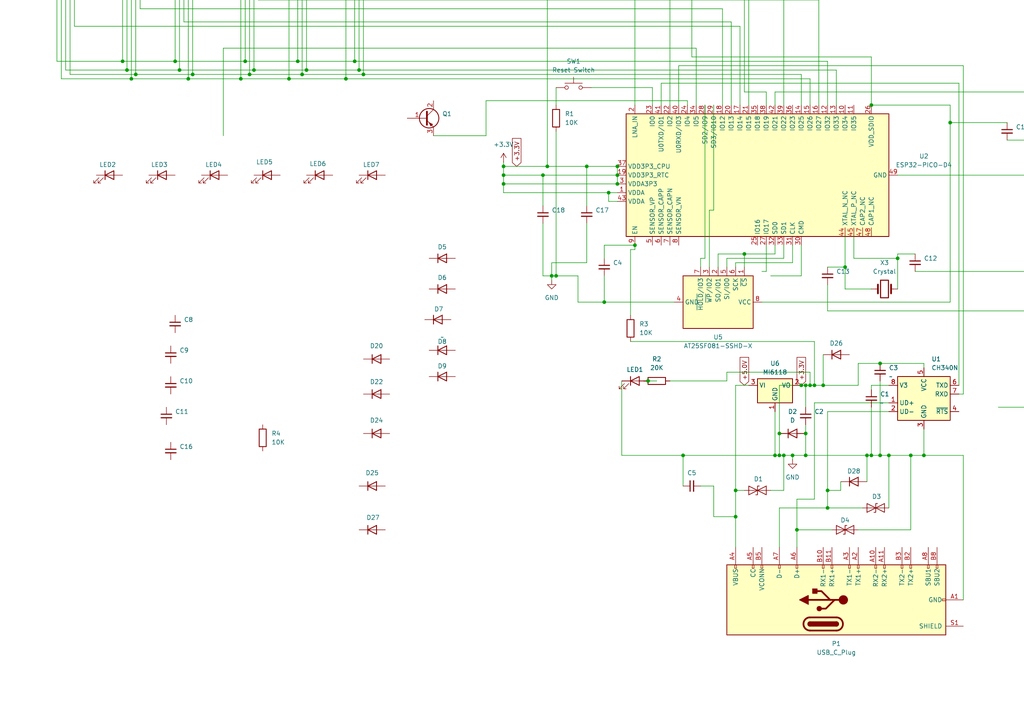
<source format=kicad_sch>
(kicad_sch (version 20231120) (generator "eeschema") (generator_version "8.0")
  (paper "A4")
  (junction (at 74.93 -20.32))
  (junction (at 300.99 -11.43))
  (junction (at 41.91 -26.67))
  (junction (at 57.15 -41.91))
  (junction (at 193.04 -41.91))
  (junction (at 231.14 153.67))
  (junction (at 88.9 20.32))
  (junction (at 74.93 -41.91))
  (junction (at 146.05 48.26))
  (junction (at 179.07 50.8))
  (junction (at 170.18 48.26))
  (junction (at 72.39 21.59))
  (junction (at 226.06 132.08))
  (junction (at 194.31 -20.32))
  (junction (at 233.68 132.08))
  (junction (at 57.15 -22.86))
  (junction (at 146.05 50.8))
  (junction (at 146.05 53.34))
  (junction (at 38.1 -62.23))
  (junction (at 69.85 22.86))
  (junction (at 100.33 22.86))
  (junction (at 275.59 35.56))
  (junction (at 224.79 132.08))
  (junction (at 90.17 -24.13))
  (junction (at 245.11 77.47))
  (junction (at 257.81 132.08))
  (junction (at 213.36 142.24))
  (junction (at 107.95 -41.91))
  (junction (at 260.35 74.93))
  (junction (at 252.73 30.48))
  (junction (at 300.99 50.8))
  (junction (at 267.97 132.08))
  (junction (at 184.15 71.12))
  (junction (at 228.6 -17.78))
  (junction (at 38.1 22.86))
  (junction (at 223.52 -20.32))
  (junction (at 87.63 21.59))
  (junction (at 36.83 20.32))
  (junction (at 41.91 -41.91))
  (junction (at 54.61 22.86))
  (junction (at 226.06 125.73))
  (junction (at 300.99 63.5))
  (junction (at 215.9 73.66))
  (junction (at 71.12 17.78))
  (junction (at 252.73 132.08))
  (junction (at 67.31 -62.23))
  (junction (at 255.27 132.08))
  (junction (at 240.03 147.32))
  (junction (at 251.46 132.08))
  (junction (at 55.88 21.59))
  (junction (at 158.75 48.26))
  (junction (at 179.07 48.26))
  (junction (at 87.63 -41.91))
  (junction (at 104.14 20.32))
  (junction (at 255.27 105.41))
  (junction (at 261.62 -40.64))
  (junction (at 227.33 132.08))
  (junction (at 50.8 17.78))
  (junction (at 241.3 -20.32))
  (junction (at 102.87 17.78))
  (junction (at 85.09 -62.23))
  (junction (at 35.56 17.78))
  (junction (at 198.12 132.08))
  (junction (at 21.59 -21.59))
  (junction (at 179.07 53.34))
  (junction (at 232.41 111.76))
  (junction (at 83.82 22.86))
  (junction (at 234.95 111.76))
  (junction (at 157.48 50.8))
  (junction (at 233.68 111.76))
  (junction (at 39.37 21.59))
  (junction (at 105.41 21.59))
  (junction (at 213.36 149.86))
  (junction (at 251.46 -25.4))
  (junction (at 160.02 80.01))
  (junction (at 233.68 125.73))
  (junction (at 52.07 20.32))
  (junction (at 240.03 142.24))
  (junction (at 229.87 132.08))
  (junction (at 300.99 -20.32))
  (junction (at 73.66 20.32))
  (junction (at 161.29 80.01))
  (junction (at 238.76 111.76))
  (junction (at 300.99 78.74))
  (junction (at 264.16 132.08))
  (junction (at 236.22 111.76))
  (junction (at 193.04 -20.32))
  (junction (at 236.22 -17.78))
  (junction (at 68.58 -62.23))
  (junction (at 200.66 -25.4))
  (junction (at 54.61 -62.23))
  (junction (at 187.96 110.49))
  (junction (at 107.95 -27.94))
  (junction (at 300.99 40.64))
  (junction (at 175.26 87.63))
  (junction (at 86.36 17.78))
  (junction (at 176.53 55.88))
  (wire (pts (xy 245.11 68.58) (xy 245.11 77.47)))
  (wire (pts (xy 57.15 -17.78) (xy 54.61 -17.78)))
  (wire (pts (xy 279.4 173.99) (xy 279.4 132.08)))
  (wire (pts (xy 19.05 -8.89) (xy 19.05 20.32)))
  (wire (pts (xy 207.01 149.86) (xy 213.36 149.86)))
  (wire (pts (xy 292.1 40.64) (xy 300.99 40.64)))
  (wire (pts (xy 25.4 -6.35) (xy 25.4 -21.59)))
  (wire (pts (xy 279.4 19.05) (xy 279.4 114.3)))
  (wire (pts (xy 196.85 19.05) (xy 196.85 30.48)))
  (wire (pts (xy 261.62 -40.64) (xy 300.99 -40.64)))
  (wire (pts (xy 184.15 72.39) (xy 184.15 71.12)))
  (wire (pts (xy 265.43 78.74) (xy 300.99 78.74)))
  (wire (pts (xy 57.15 -15.24) (xy 55.88 -15.24)))
  (wire (pts (xy 214.63 7.62) (xy 21.59 7.62)))
  (wire (pts (xy 222.25 71.12) (xy 222.25 78.74)))
  (wire (pts (xy 54.61 -62.23) (xy 67.31 -62.23)))
  (wire (pts (xy 57.15 -22.86) (xy 57.15 -41.91)))
  (wire (pts (xy 243.84 139.7) (xy 243.84 142.24)))
  (wire (pts (xy 220.98 87.63) (xy 275.59 87.63)))
  (wire (pts (xy 52.07 20.32) (xy 73.66 20.32)))
  (wire (pts (xy 226.06 125.73) (xy 226.06 132.08)))
  (wire (pts (xy 224.79 -25.4) (xy 251.46 -25.4)))
  (wire (pts (xy 224.79 73.66) (xy 215.9 73.66)))
  (wire (pts (xy 167.64 87.63) (xy 167.64 80.01)))
  (wire (pts (xy 21.59 -6.35) (xy 25.4 -6.35)))
  (wire (pts (xy 68.58 -62.23) (xy 85.09 -62.23)))
  (wire (pts (xy 314.96 26.67) (xy 314.96 118.11)))
  (wire (pts (xy 87.63 -24.13) (xy 90.17 -24.13)))
  (wire (pts (xy 175.26 80.01) (xy 175.26 87.63)))
  (wire (pts (xy 74.93 -5.08) (xy 78.74 -5.08)))
  (wire (pts (xy 107.95 -15.24) (xy 104.14 -15.24)))
  (wire (pts (xy 236.22 111.76) (xy 238.76 111.76)))
  (wire (pts (xy 175.26 87.63) (xy 195.58 87.63)))
  (wire (pts (xy 176.53 55.88) (xy 179.07 55.88)))
  (wire (pts (xy 238.76 102.87) (xy 238.76 111.76)))
  (wire (pts (xy 36.83 20.32) (xy 52.07 20.32)))
  (wire (pts (xy 223.52 80.01) (xy 232.41 80.01)))
  (wire (pts (xy 209.55 2.54) (xy 40.64 2.54)))
  (wire (pts (xy 100.33 -22.86) (xy 100.33 22.86)))
  (wire (pts (xy 170.18 48.26) (xy 170.18 59.69)))
  (wire (pts (xy 184.15 71.12) (xy 175.26 71.12)))
  (wire (pts (xy 38.1 -62.23) (xy 54.61 -62.23)))
  (wire (pts (xy 237.49 0) (xy 74.93 0)))
  (wire (pts (xy 180.34 132.08) (xy 198.12 132.08)))
  (wire (pts (xy 255.27 110.49) (xy 255.27 132.08)))
  (wire (pts (xy 213.36 76.2) (xy 213.36 77.47)))
  (wire (pts (xy 215.9 73.66) (xy 208.28 73.66)))
  (wire (pts (xy 57.15 -10.16) (xy 52.07 -10.16)))
  (wire (pts (xy 261.62 -40.64) (xy 261.62 -33.02)))
  (wire (pts (xy 229.87 -24.13) (xy 228.6 -24.13)))
  (wire (pts (xy 300.99 40.64) (xy 300.99 50.8)))
  (wire (pts (xy 17.78 -19.05) (xy 17.78 -62.23)))
  (wire (pts (xy 90.17 -21.59) (xy 85.09 -21.59)))
  (wire (pts (xy 87.63 -41.91) (xy 87.63 -24.13)))
  (wire (pts (xy 194.31 110.49) (xy 210.82 110.49)))
  (wire (pts (xy 73.66 -7.62) (xy 73.66 20.32)))
  (wire (pts (xy 207.01 140.97) (xy 207.01 149.86)))
  (wire (pts (xy 38.1 22.86) (xy 54.61 22.86)))
  (wire (pts (xy 267.97 106.68) (xy 267.97 105.41)))
  (wire (pts (xy 232.41 -24.13) (xy 236.22 -24.13)))
  (wire (pts (xy 199.39 29.21) (xy 140.97 29.21)))
  (wire (pts (xy 180.34 110.49) (xy 180.34 132.08)))
  (wire (pts (xy 16.51 -11.43) (xy 16.51 17.78)))
  (wire (pts (xy 213.36 -41.91) (xy 213.36 -38.1)))
  (wire (pts (xy 146.05 46.99) (xy 146.05 48.26)))
  (wire (pts (xy 240.03 119.38) (xy 257.81 119.38)))
  (wire (pts (xy 275.59 35.56) (xy 292.1 35.56)))
  (wire (pts (xy 190.5 110.49) (xy 187.96 110.49)))
  (wire (pts (xy 217.17 -38.1) (xy 213.36 -38.1)))
  (wire (pts (xy 78.74 -5.08) (xy 78.74 -20.32)))
  (wire (pts (xy 67.31 -62.23) (xy 68.58 -62.23)))
  (wire (pts (xy 232.41 71.12) (xy 232.41 80.01)))
  (wire (pts (xy 182.88 91.44) (xy 182.88 72.39)))
  (wire (pts (xy 300.99 78.74) (xy 300.99 90.17)))
  (wire (pts (xy 41.91 -19.05) (xy 39.37 -19.05)))
  (wire (pts (xy 257.81 132.08) (xy 257.81 147.32)))
  (wire (pts (xy 52.07 -10.16) (xy 52.07 20.32)))
  (wire (pts (xy 226.06 132.08) (xy 227.33 132.08)))
  (wire (pts (xy 194.31 -20.32) (xy 223.52 -20.32)))
  (wire (pts (xy 55.88 -15.24) (xy 55.88 21.59)))
  (wire (pts (xy 209.55 -25.4) (xy 200.66 -25.4)))
  (wire (pts (xy 41.91 -41.91) (xy 57.15 -41.91)))
  (wire (pts (xy 240.03 77.47) (xy 245.11 77.47)))
  (wire (pts (xy 107.95 -25.4) (xy 100.33 -25.4)))
  (wire (pts (xy 71.12 -10.16) (xy 71.12 17.78)))
  (wire (pts (xy 236.22 -24.13) (xy 236.22 -17.78)))
  (wire (pts (xy 252.73 113.03) (xy 252.73 111.76)))
  (wire (pts (xy 157.48 50.8) (xy 179.07 50.8)))
  (wire (pts (xy 267.97 124.46) (xy 267.97 132.08)))
  (wire (pts (xy 213.36 142.24) (xy 215.9 142.24)))
  (wire (pts (xy 255.27 105.41) (xy 248.92 105.41)))
  (wire (pts (xy 68.58 -62.23) (xy 68.58 -60.96)))
  (wire (pts (xy 170.18 76.2) (xy 160.02 76.2)))
  (wire (pts (xy 19.05 20.32) (xy 36.83 20.32)))
  (wire (pts (xy 179.07 58.42) (xy 176.53 58.42)))
  (wire (pts (xy 215.9 26.67) (xy 222.25 26.67)))
  (wire (pts (xy 54.61 -20.32) (xy 54.61 -62.23)))
  (wire (pts (xy 203.2 74.93) (xy 203.2 77.47)))
  (wire (pts (xy 224.79 71.12) (xy 224.79 73.66)))
  (wire (pts (xy 252.73 16.51) (xy 252.73 30.48)))
  (wire (pts (xy 241.3 -20.32) (xy 241.3 -17.78)))
  (wire (pts (xy 157.48 80.01) (xy 160.02 80.01)))
  (wire (pts (xy 140.97 39.37) (xy 125.73 39.37)))
  (wire (pts (xy 93.98 -24.13) (xy 90.17 -24.13)))
  (wire (pts (xy 237.49 -40.64) (xy 261.62 -40.64)))
  (wire (pts (xy 227.33 -8.89) (xy 227.33 30.48)))
  (wire (pts (xy 252.73 132.08) (xy 255.27 132.08)))
  (wire (pts (xy 105.41 -20.32) (xy 105.41 21.59)))
  (wire (pts (xy 21.59 -41.91) (xy 41.91 -41.91)))
  (wire (pts (xy 223.52 142.24) (xy 227.33 142.24)))
  (wire (pts (xy 215.9 26.67) (xy 215.9 -53.34)))
  (wire (pts (xy 267.97 105.41) (xy 255.27 105.41)))
  (wire (pts (xy 50.8 -12.7) (xy 50.8 17.78)))
  (wire (pts (xy 260.35 73.66) (xy 260.35 74.93)))
  (wire (pts (xy 229.87 71.12) (xy 229.87 76.2)))
  (wire (pts (xy 158.75 -49.53) (xy 193.04 -49.53)))
  (wire (pts (xy 222.25 26.67) (xy 222.25 30.48)))
  (wire (pts (xy 200.66 -25.4) (xy 200.66 16.51)))
  (wire (pts (xy 232.41 111.76) (xy 233.68 111.76)))
  (wire (pts (xy 146.05 48.26) (xy 146.05 50.8)))
  (wire (pts (xy 229.87 132.08) (xy 233.68 132.08)))
  (wire (pts (xy 170.18 48.26) (xy 179.07 48.26)))
  (wire (pts (xy 238.76 111.76) (xy 248.92 111.76)))
  (wire (pts (xy 193.04 -44.45) (xy 193.04 -41.91)))
  (wire (pts (xy 240.03 147.32) (xy 240.03 142.24)))
  (wire (pts (xy 237.49 30.48) (xy 237.49 0)))
  (wire (pts (xy 232.41 -27.94) (xy 232.41 -24.13)))
  (wire (pts (xy 227.33 142.24) (xy 227.33 132.08)))
  (wire (pts (xy 215.9 -53.34) (xy 222.25 -53.34)))
  (wire (pts (xy 240.03 17.78) (xy 102.87 17.78)))
  (wire (pts (xy 231.14 153.67) (xy 241.3 153.67)))
  (wire (pts (xy 21.59 -21.59) (xy 25.4 -21.59)))
  (wire (pts (xy 189.23 -20.32) (xy 193.04 -20.32)))
  (wire (pts (xy 236.22 116.84) (xy 257.81 116.84)))
  (wire (pts (xy 86.36 17.78) (xy 102.87 17.78)))
  (wire (pts (xy 203.2 140.97) (xy 207.01 140.97)))
  (wire (pts (xy 175.26 71.12) (xy 175.26 74.93)))
  (wire (pts (xy 208.28 73.66) (xy 208.28 77.47)))
  (wire (pts (xy 57.15 -22.86) (xy 60.96 -22.86)))
  (wire (pts (xy 300.99 -40.64) (xy 300.99 -20.32)))
  (wire (pts (xy 227.33 -8.89) (xy 222.25 -8.89)))
  (wire (pts (xy 240.03 30.48) (xy 240.03 17.78)))
  (wire (pts (xy 240.03 147.32) (xy 250.19 147.32)))
  (wire (pts (xy 161.29 38.1) (xy 161.29 80.01)))
  (wire (pts (xy 233.68 125.73) (xy 233.68 132.08)))
  (wire (pts (xy 39.37 21.59) (xy 55.88 21.59)))
  (wire (pts (xy 87.63 -16.51) (xy 87.63 21.59)))
  (wire (pts (xy 86.36 -13.97) (xy 86.36 17.78)))
  (wire (pts (xy 71.12 17.78) (xy 86.36 17.78)))
  (wire (pts (xy 196.85 19.05) (xy 279.4 19.05)))
  (wire (pts (xy 251.46 -25.4) (xy 261.62 -25.4)))
  (wire (pts (xy 191.77 24.13) (xy 191.77 30.48)))
  (wire (pts (xy 107.95 -10.16) (xy 107.95 -3.81)))
  (wire (pts (xy 72.39 -12.7) (xy 72.39 21.59)))
  (wire (pts (xy 243.84 142.24) (xy 240.03 142.24)))
  (wire (pts (xy 93.98 -8.89) (xy 93.98 -24.13)))
  (wire (pts (xy 74.93 -12.7) (xy 72.39 -12.7)))
  (wire (pts (xy 100.33 22.86) (xy 234.95 22.86)))
  (wire (pts (xy 17.78 -16.51) (xy 21.59 -16.51)))
  (wire (pts (xy 36.83 -13.97) (xy 36.83 20.32)))
  (wire (pts (xy 45.72 -11.43) (xy 45.72 -26.67)))
  (wire (pts (xy 90.17 -19.05) (xy 83.82 -19.05)))
  (wire (pts (xy 161.29 80.01) (xy 167.64 80.01)))
  (wire (pts (xy 248.92 105.41) (xy 248.92 111.76)))
  (wire (pts (xy 220.98 78.74) (xy 222.25 78.74)))
  (wire (pts (xy 275.59 30.48) (xy 275.59 35.56)))
  (wire (pts (xy 73.66 20.32) (xy 88.9 20.32)))
  (wire (pts (xy 146.05 53.34) (xy 179.07 53.34)))
  (wire (pts (xy 251.46 -19.05) (xy 251.46 -25.4)))
  (wire (pts (xy 207.01 60.96) (xy 207.01 30.48)))
  (wire (pts (xy 228.6 -17.78) (xy 228.6 -13.97)))
  (wire (pts (xy 74.93 -20.32) (xy 74.93 -41.91)))
  (wire (pts (xy 74.93 -17.78) (xy 67.31 -17.78)))
  (wire (pts (xy 87.63 -41.91) (xy 107.95 -41.91)))
  (wire (pts (xy 167.64 87.63) (xy 175.26 87.63)))
  (wire (pts (xy 229.87 132.08) (xy 229.87 133.35)))
  (wire (pts (xy 226.06 158.75) (xy 226.06 147.32)))
  (wire (pts (xy 69.85 22.86) (xy 69.85 -15.24)))
  (wire (pts (xy 41.91 -24.13) (xy 38.1 -24.13)))
  (wire (pts (xy 38.1 -21.59) (xy 38.1 22.86)))
  (wire (pts (xy 57.15 -7.62) (xy 60.96 -7.62)))
  (wire (pts (xy 205.74 60.96) (xy 207.01 60.96)))
  (wire (pts (xy 157.48 64.77) (xy 157.48 80.01)))
  (wire (pts (xy 146.05 50.8) (xy 157.48 50.8)))
  (wire (pts (xy 227.33 74.93) (xy 210.82 74.93)))
  (wire (pts (xy 107.95 -12.7) (xy 111.76 -12.7)))
  (wire (pts (xy 236.22 144.78) (xy 236.22 116.84)))
  (wire (pts (xy 107.95 -20.32) (xy 105.41 -20.32)))
  (wire (pts (xy 279.4 114.3) (xy 278.13 114.3)))
  (wire (pts (xy 74.93 -20.32) (xy 78.74 -20.32)))
  (wire (pts (xy 200.66 -27.94) (xy 200.66 -25.4)))
  (wire (pts (xy 41.91 -26.67) (xy 41.91 -41.91)))
  (wire (pts (xy 231.14 144.78) (xy 236.22 144.78)))
  (wire (pts (xy 224.79 26.67) (xy 314.96 26.67)))
  (wire (pts (xy 41.91 -11.43) (xy 45.72 -11.43)))
  (wire (pts (xy 17.78 22.86) (xy 38.1 22.86)))
  (wire (pts (xy 232.41 30.48) (xy 232.41 21.59)))
  (wire (pts (xy 278.13 111.76) (xy 278.13 24.13)))
  (wire (pts (xy 111.76 -12.7) (xy 111.76 -27.94)))
  (wire (pts (xy 194.31 -3.81) (xy 107.95 -3.81)))
  (wire (pts (xy 212.09 30.48) (xy 212.09 6.35)))
  (wire (pts (xy 257.81 132.08) (xy 264.16 132.08)))
  (wire (pts (xy 100.33 -25.4) (xy 100.33 -62.23)))
  (wire (pts (xy 57.15 -12.7) (xy 50.8 -12.7)))
  (wire (pts (xy 60.96 -7.62) (xy 60.96 -22.86)))
  (wire (pts (xy 217.17 -5.08) (xy 217.17 30.48)))
  (wire (pts (xy 213.36 149.86) (xy 213.36 158.75)))
  (wire (pts (xy 224.79 30.48) (xy 224.79 26.67)))
  (wire (pts (xy 107.95 -22.86) (xy 100.33 -22.86)))
  (wire (pts (xy 182.88 99.06) (xy 236.22 99.06)))
  (wire (pts (xy 146.05 55.88) (xy 176.53 55.88)))
  (wire (pts (xy 251.46 139.7) (xy 251.46 132.08)))
  (wire (pts (xy 264.16 132.08) (xy 267.97 132.08)))
  (wire (pts (xy 107.95 -27.94) (xy 107.95 -41.91)))
  (wire (pts (xy 231.14 153.67) (xy 231.14 144.78)))
  (wire (pts (xy 160.02 80.01) (xy 161.29 80.01)))
  (wire (pts (xy 90.17 -11.43) (xy 88.9 -11.43)))
  (wire (pts (xy 223.52 -20.32) (xy 223.52 -17.78)))
  (wire (pts (xy 74.93 -10.16) (xy 71.12 -10.16)))
  (wire (pts (xy 194.31 -33.02) (xy 194.31 -20.32)))
  (wire (pts (xy 83.82 22.86) (xy 100.33 22.86)))
  (wire (pts (xy 210.82 74.93) (xy 210.82 77.47)))
  (wire (pts (xy 264.16 153.67) (xy 264.16 132.08)))
  (wire (pts (xy 21.59 -19.05) (xy 17.78 -19.05)))
  (wire (pts (xy 233.68 111.76) (xy 234.95 111.76)))
  (wire (pts (xy 85.09 -21.59) (xy 85.09 -62.23)))
  (wire (pts (xy 74.93 -41.91) (xy 87.63 -41.91)))
  (wire (pts (xy 265.43 73.66) (xy 260.35 73.66)))
  (wire (pts (xy 224.79 119.38) (xy 224.79 132.08)))
  (wire (pts (xy 229.87 -27.94) (xy 229.87 -24.13)))
  (wire (pts (xy 105.41 21.59) (xy 232.41 21.59)))
  (wire (pts (xy 102.87 -17.78) (xy 107.95 -17.78)))
  (wire (pts (xy 240.03 90.17) (xy 300.99 90.17)))
  (wire (pts (xy 21.59 -21.59) (xy 21.59 -41.91)))
  (wire (pts (xy 20.32 21.59) (xy 39.37 21.59)))
  (wire (pts (xy 54.61 -17.78) (xy 54.61 22.86)))
  (wire (pts (xy 289.56 118.11) (xy 314.96 118.11)))
  (wire (pts (xy 41.91 -16.51) (xy 35.56 -16.51)))
  (wire (pts (xy 64.77 13.97) (xy 201.93 13.97)))
  (wire (pts (xy 179.07 53.34) (xy 179.07 50.8)))
  (wire (pts (xy 88.9 20.32) (xy 104.14 20.32)))
  (wire (pts (xy 245.11 83.82) (xy 252.73 83.82)))
  (wire (pts (xy 90.17 -8.89) (xy 93.98 -8.89)))
  (wire (pts (xy 198.12 140.97) (xy 198.12 132.08)))
  (wire (pts (xy 55.88 21.59) (xy 72.39 21.59)))
  (wire (pts (xy 228.6 -24.13) (xy 228.6 -17.78)))
  (wire (pts (xy 260.35 50.8) (xy 300.99 50.8)))
  (wire (pts (xy 275.59 35.56) (xy 275.59 87.63)))
  (wire (pts (xy 104.14 20.32) (xy 242.57 20.32)))
  (wire (pts (xy 87.63 -16.51) (xy 90.17 -16.51)))
  (wire (pts (xy 233.68 132.08) (xy 251.46 132.08)))
  (wire (pts (xy 209.55 -40.64) (xy 217.17 -40.64)))
  (wire (pts (xy 199.39 30.48) (xy 199.39 29.21)))
  (wire (pts (xy 227.33 71.12) (xy 227.33 74.93)))
  (wire (pts (xy 176.53 58.42) (xy 176.53 55.88)))
  (wire (pts (xy 57.15 -41.91) (xy 74.93 -41.91)))
  (wire (pts (xy 17.78 -16.51) (xy 17.78 22.86)))
  (wire (pts (xy 41.91 -21.59) (xy 38.1 -21.59)))
  (wire (pts (xy 90.17 -5.08) (xy 217.17 -5.08)))
  (wire (pts (xy 260.35 74.93) (xy 260.35 83.82)))
  (wire (pts (xy 233.68 123.19) (xy 233.68 125.73)))
  (wire (pts (xy 170.18 64.77) (xy 170.18 76.2)))
  (wire (pts (xy 90.17 -6.35) (xy 90.17 -5.08)))
  (wire (pts (xy 17.78 -62.23) (xy 38.1 -62.23)))
  (wire (pts (xy 160.02 80.01) (xy 160.02 81.28)))
  (wire (pts (xy 72.39 21.59) (xy 87.63 21.59)))
  (wire (pts (xy 255.27 132.08) (xy 257.81 132.08)))
  (wire (pts (xy 242.57 30.48) (xy 242.57 20.32)))
  (wire (pts (xy 74.93 -7.62) (xy 73.66 -7.62)))
  (wire (pts (xy 161.29 25.4) (xy 161.29 30.48)))
  (wire (pts (xy 104.14 -15.24) (xy 104.14 20.32)))
  (wire (pts (xy 300.99 63.5) (xy 300.99 78.74)))
  (wire (pts (xy 41.91 -13.97) (xy 36.83 -13.97)))
  (wire (pts (xy 193.04 -41.91) (xy 193.04 -20.32)))
  (wire (pts (xy 209.55 30.48) (xy 209.55 2.54)))
  (wire (pts (xy 252.73 30.48) (xy 275.59 30.48)))
  (wire (pts (xy 39.37 -19.05) (xy 39.37 21.59)))
  (wire (pts (xy 111.76 -27.94) (xy 107.95 -27.94)))
  (wire (pts (xy 234.95 111.76) (xy 236.22 111.76)))
  (wire (pts (xy 227.33 132.08) (xy 229.87 132.08)))
  (wire (pts (xy 204.47 30.48) (xy 204.47 74.93)))
  (wire (pts (xy 217.17 111.76) (xy 213.36 111.76)))
  (wire (pts (xy 158.75 48.26) (xy 170.18 48.26)))
  (wire (pts (xy 182.88 72.39) (xy 184.15 72.39)))
  (wire (pts (xy 160.02 76.2) (xy 160.02 80.01)))
  (wire (pts (xy 229.87 76.2) (xy 213.36 76.2)))
  (wire (pts (xy 213.36 -41.91) (xy 193.04 -41.91)))
  (wire (pts (xy 157.48 59.69) (xy 157.48 50.8)))
  (wire (pts (xy 226.06 147.32) (xy 240.03 147.32)))
  (wire (pts (xy 191.77 24.13) (xy 278.13 24.13)))
  (wire (pts (xy 74.93 -2.54) (xy 74.93 0)))
  (wire (pts (xy 54.61 22.86) (xy 69.85 22.86)))
  (wire (pts (xy 69.85 22.86) (xy 83.82 22.86)))
  (wire (pts (xy 251.46 132.08) (xy 252.73 132.08)))
  (wire (pts (xy 140.97 29.21) (xy 140.97 39.37)))
  (wire (pts (xy 224.79 132.08) (xy 226.06 132.08)))
  (wire (pts (xy 198.12 132.08) (xy 224.79 132.08)))
  (wire (pts (xy 215.9 73.66) (xy 215.9 77.47)))
  (wire (pts (xy 50.8 17.78) (xy 71.12 17.78)))
  (wire (pts (xy 209.55 -25.4) (xy 209.55 -40.64)))
  (wire (pts (xy 83.82 -19.05) (xy 83.82 22.86)))
  (wire (pts (xy 300.99 -11.43) (xy 300.99 40.64)))
  (wire (pts (xy 87.63 21.59) (xy 105.41 21.59)))
  (wire (pts (xy 205.74 77.47) (xy 205.74 60.96)))
  (wire (pts (xy 251.46 -11.43) (xy 300.99 -11.43)))
  (wire (pts (xy 41.91 -26.67) (xy 45.72 -26.67)))
  (wire (pts (xy 226.06 125.73) (xy 226.06 111.76)))
  (wire (pts (xy 231.14 158.75) (xy 231.14 153.67)))
  (wire (pts (xy 53.34 6.35) (xy 53.34 -5.08)))
  (wire (pts (xy 233.68 118.11) (xy 233.68 111.76)))
  (wire (pts (xy 247.65 74.93) (xy 260.35 74.93)))
  (wire (pts (xy 64.77 13.97) (xy 64.77 39.37)))
  (wire (pts (xy 234.95 30.48) (xy 234.95 22.86)))
  (wire (pts (xy 236.22 -17.78) (xy 236.22 -13.97)))
  (wire (pts (xy 146.05 53.34) (xy 146.05 55.88)))
  (wire (pts (xy 85.09 -62.23) (xy 100.33 -62.23)))
  (wire (pts (xy 224.79 -27.94) (xy 224.79 -25.4)))
  (wire (pts (xy 189.23 30.48) (xy 189.23 25.4)))
  (wire (pts (xy 234.95 107.95) (xy 234.95 111.76)))
  (wire (pts (xy 184.15 -20.32) (xy 184.15 30.48)))
  (wire (pts (xy 223.52 -20.32) (xy 241.3 -20.32)))
  (wire (pts (xy 247.65 68.58) (xy 247.65 74.93)))
  (wire (pts (xy 146.05 48.26) (xy 158.75 48.26)))
  (wire (pts (xy 214.63 30.48) (xy 214.63 7.62)))
  (wire (pts (xy 213.36 142.24) (xy 213.36 149.86)))
  (wire (pts (xy 35.56 17.78) (xy 50.8 17.78)))
  (wire (pts (xy 102.87 17.78) (xy 102.87 -17.78)))
  (wire (pts (xy 245.11 77.47) (xy 245.11 83.82)))
  (wire (pts (xy 90.17 -13.97) (xy 86.36 -13.97)))
  (wire (pts (xy 240.03 142.24) (xy 240.03 119.38)))
  (wire (pts (xy 158.75 -49.53) (xy 158.75 48.26)))
  (wire (pts (xy 107.95 -41.91) (xy 115.57 -41.91)))
  (wire (pts (xy 21.59 -11.43) (xy 16.51 -11.43)))
  (wire (pts (xy 171.45 25.4) (xy 189.23 25.4)))
  (wire (pts (xy 40.64 -8.89) (xy 41.91 -8.89)))
  (wire (pts (xy 300.99 -20.32) (xy 300.99 -11.43)))
  (wire (pts (xy 200.66 -33.02) (xy 194.31 -33.02)))
  (wire (pts (xy 53.34 -5.08) (xy 57.15 -5.08)))
  (wire (pts (xy 38.1 -24.13) (xy 38.1 -62.23)))
  (wire (pts (xy 210.82 110.49) (xy 210.82 107.95)))
  (wire (pts (xy 21.59 -13.97) (xy 20.32 -13.97)))
  (wire (pts (xy 210.82 107.95) (xy 234.95 107.95)))
  (wire (pts (xy 67.31 -62.23) (xy 67.31 -17.78)))
  (wire (pts (xy 201.93 30.48) (xy 201.93 13.97)))
  (wire (pts (xy 40.64 2.54) (xy 40.64 -8.89)))
  (wire (pts (xy 193.04 -20.32) (xy 194.31 -20.32)))
  (wire (pts (xy 236.22 99.06) (xy 236.22 111.76)))
  (wire (pts (xy 21.59 -3.81) (xy 21.59 7.62)))
  (wire (pts (xy 248.92 153.67) (xy 264.16 153.67)))
  (wire (pts (xy 252.73 118.11) (xy 252.73 132.08)))
  (wire (pts (xy 267.97 132.08) (xy 279.4 132.08)))
  (wire (pts (xy 16.51 17.78) (xy 35.56 17.78)))
  (wire (pts (xy 194.31 30.48) (xy 194.31 -3.81)))
  (wire (pts (xy 212.09 6.35) (xy 53.34 6.35)))
  (wire (pts (xy 241.3 -20.32) (xy 300.99 -20.32)))
  (wire (pts (xy 146.05 50.8) (xy 146.05 53.34)))
  (wire (pts (xy 204.47 74.93) (xy 203.2 74.93)))
  (wire (pts (xy 21.59 -8.89) (xy 19.05 -8.89)))
  (wire (pts (xy 88.9 -11.43) (xy 88.9 20.32)))
  (wire (pts (xy 252.73 111.76) (xy 257.81 111.76)))
  (wire (pts (xy 213.36 111.76) (xy 213.36 142.24)))
  (wire (pts (xy 179.07 48.26) (xy 179.07 50.8)))
  (wire (pts (xy 222.25 -8.89) (xy 222.25 -27.94)))
  (wire (pts (xy 35.56 -16.51) (xy 35.56 17.78)))
  (wire (pts (xy 300.99 63.5) (xy 300.99 50.8)))
  (wire (pts (xy 57.15 -20.32) (xy 54.61 -20.32)))
  (wire (pts (xy 69.85 -15.24) (xy 74.93 -15.24)))
  (wire (pts (xy 240.03 82.55) (xy 240.03 90.17)))
  (wire (pts (xy 200.66 16.51) (xy 252.73 16.51)))
  (wire (pts (xy 226.06 111.76) (xy 232.41 111.76)))
  (wire (pts (xy 20.32 -13.97) (xy 20.32 21.59)))
  (wire (pts (xy 186.69 110.49) (xy 187.96 110.49)))
  (global_label "+3.3V" (shape input) (at 149.86 48.26 90) (property "Intersheetrefs" "${INTERSHEET_REFS}" (effects (hide yes))))
  (global_label "+5.0V" (shape input) (at 215.9 111.76 90) (property "Intersheetrefs" "${INTERSHEET_REFS}" (effects (hide yes))))
  (global_label "+3.3V" (shape input) (at 232.41 111.76 90) (property "Intersheetrefs" "${INTERSHEET_REFS}" (effects (hide yes))))
  (symbol (lib_id "Device:C_Small") (at 170.18 62.23 0) (unit 1)
    (property "Reference" "C17" (at 172.72 60.9662 0) (effects (justify left)))
    (property "Value" "C_Small" (effects (hide yes)))
    (property "Description" "Unpolarized capacitor, small symbol" (effects (hide yes)))
  )
  (symbol (lib_id "Diode:SD05_SOD323") (at 219.71 142.24 0) (unit 1)
    (property "Reference" "D1" (at 219.964 138.938 0))
    (property "Value" "SD05_SOD323" (effects (hide yes)))
    (property "Footprint" "Diode_SMD:D_0201_0603Metric" (effects (hide yes)))
    (property "Datasheet" "https://www.littelfuse.com/~/media/electronics/datasheets/tvs_diode_arrays/littelfuse_tvs_diode_array_sd_c_datasheet.pdf.pdf" (effects (hide yes)))
    (property "Description" "5V, 450W Discrete Bidirectional TVS Diode, SOD-323" (effects (hide yes)))
  )
  (symbol (lib_id "Device:C_Small") (at 252.73 115.57 0) (unit 1)
    (property "Reference" "C1" (at 255.27 114.3062 0) (effects (justify left)))
    (property "Value" "~" (at 255.27 116.8462 0) (effects (justify left)))
    (property "Description" "Unpolarized capacitor, small symbol" (effects (hide yes)))
  )
  (symbol (lib_id "Device:C_Small") (at 50.8 93.98 0) (unit 1)
    (property "Reference" "C8" (at 53.34 92.7162 0) (effects (justify left)))
    (property "Value" "C_Small" (effects (hide yes)))
    (property "Description" "Unpolarized capacitor, small symbol" (effects (hide yes)))
  )
  (symbol (lib_id "Device:LED") (at 31.75 50.8 0) (unit 1)
    (property "Reference" "LED2" (at 31.242 47.752 0))
    (property "Value" "LED" (effects (hide yes)))
    (property "Description" "Light emitting diode" (effects (hide yes)))
  )
  (symbol (lib_id "Device:D") (at 229.87 125.73 0) (unit 1)
    (property "Reference" "D2" (at 229.87 119.38 0))
    (property "Value" "D" (at 229.87 121.92 0))
    (property "Description" "Diode" (effects (hide yes)))
    (property "Sim.Device" "D" (effects (hide yes)))
    (property "Sim.Pins" "1=K 2=A" (effects (hide yes)))
  )
  (symbol (lib_id "Device:Battery_Cell") (at 261.62 -30.48 180) (unit 1)
    (property "Reference" "BT1" (at 265.43 -29.9086 0) (effects (justify right)))
    (property "Value" "Battery_Cell" (at 265.43 -27.3686 0) (effects (justify right)))
    (property "Description" "Single-cell battery" (effects (hide yes)))
  )
  (symbol (lib_id "Device:C_Small") (at 49.53 102.87 0) (unit 1)
    (property "Reference" "C9" (at 52.07 101.6062 0) (effects (justify left)))
    (property "Value" "C_Small" (effects (hide yes)))
    (property "Description" "Unpolarized capacitor, small symbol" (effects (hide yes)))
  )
  (symbol (lib_id "Device:D") (at 128.27 74.93 0) (unit 1)
    (property "Reference" "D5" (at 128.27 71.628 0))
    (property "Value" "D" (effects (hide yes)))
    (property "Description" "Diode" (effects (hide yes)))
    (property "Sim.Device" "D" (effects (hide yes)))
    (property "Sim.Pins" "1=K 2=A" (effects (hide yes)))
  )
  (symbol (lib_id "Device:C_Small") (at 49.53 130.81 0) (unit 1)
    (property "Reference" "C16" (at 52.07 129.5462 0) (effects (justify left)))
    (property "Value" "C_Small" (effects (hide yes)))
    (property "Description" "Unpolarized capacitor, small symbol" (effects (hide yes)))
  )
  (symbol (lib_id "power:GND") (at 229.87 133.35 0) (unit 1)
    (property "Reference" "#PWR01" (effects (hide yes)))
    (property "Value" "GND" (at 229.87 138.43 0))
    (property "Description" "Power symbol creates a global label with name \"GND\" , ground" (effects (hide yes)))
  )
  (symbol (lib_id "Connector:USB_C_Plug") (at 238.76 173.99 90) (unit 1)
    (property "Reference" "P1" (at 242.57 186.69 90))
    (property "Value" "USB_C_Plug" (at 242.57 189.23 90))
    (property "Footprint" "Connector_USB:USB_C_Receptacle_GCT_USB4105-xx-A_16P_TopMnt_Horizontal" (effects (hide yes)))
    (property "Datasheet" "https://www.usb.org/sites/default/files/documents/usb_type-c.zip" (effects (hide yes)))
    (property "Description" "USB Type-C Plug connector" (effects (hide yes)))
  )
  (symbol (lib_id "Device:D") (at 109.22 104.14 0) (unit 1)
    (property "Reference" "D20" (at 109.22 100.33 0))
    (property "Value" "D" (effects (hide yes)))
    (property "Description" "Diode" (effects (hide yes)))
    (property "Sim.Device" "D" (effects (hide yes)))
    (property "Sim.Pins" "1=K 2=A" (effects (hide yes)))
  )
  (symbol (lib_id "Device:R") (at 76.2 127 0) (unit 1)
    (property "Reference" "R4" (at 78.74 125.7299 0) (effects (justify left)))
    (property "Value" "10K" (at 78.74 128.2699 0) (effects (justify left)))
    (property "Description" "Resistor" (effects (hide yes)))
  )
  (symbol (lib_id "Device:R") (at 182.88 95.25 0) (unit 1)
    (property "Reference" "R3" (at 185.42 93.9799 0) (effects (justify left)))
    (property "Value" "10K" (at 185.42 96.5199 0) (effects (justify left)))
    (property "Description" "Resistor" (effects (hide yes)))
  )
  (symbol (lib_id "Device:LED") (at 184.15 110.49 0) (unit 1)
    (property "Reference" "LED1" (at 184.15 107.188 0))
    (property "Value" "LED" (effects (hide yes)))
    (property "Description" "Light emitting diode" (effects (hide yes)))
  )
  (symbol (lib_id "Device:LED") (at 46.99 50.8 0) (unit 1)
    (property "Reference" "LED3" (at 46.228 47.752 0))
    (property "Value" "LED" (effects (hide yes)))
    (property "Description" "Light emitting diode" (effects (hide yes)))
  )
  (symbol (lib_id "Device:C_Small") (at 233.68 120.65 0) (unit 1)
    (property "Reference" "C2" (at 236.22 119.3862 0) (effects (justify left)))
    (property "Value" "C_Small" (effects (hide yes)))
    (property "Description" "Unpolarized capacitor, small symbol" (effects (hide yes)))
  )
  (symbol (lib_id "Device:C_Small") (at 265.43 76.2 0) (unit 1)
    (property "Reference" "C12" (at 267.97 74.9362 0) (effects (justify left)))
    (property "Value" "C_Small" (effects (hide yes)))
    (property "Description" "Unpolarized capacitor, small symbol" (effects (hide yes)))
  )
  (symbol (lib_id "Device:LED") (at 62.23 50.8 0) (unit 1)
    (property "Reference" "LED4" (at 61.976 47.752 0))
    (property "Value" "LED" (effects (hide yes)))
    (property "Description" "Light emitting diode" (effects (hide yes)))
  )
  (symbol (lib_id "power:+3.3V") (at 115.57 -41.91 0) (unit 1)
    (property "Reference" "#PWR06" (effects (hide yes)))
    (property "Value" "+3.3V" (at 115.57 -45.72 0))
    (property "Description" "Power symbol creates a global label with name \"+3.3V\"" (effects (hide yes)))
  )
  (symbol (lib_id "Regulator_Linear:AP1117-33") (at 224.79 111.76 0) (unit 1)
    (property "Reference" "U6" (at 224.79 105.41 0))
    (property "Value" "MI6118" (at 224.79 107.95 0))
    (property "Footprint" "Package_TO_SOT_SMD:SOT-223-3_TabPin2" (effects (hide yes)))
    (property "Datasheet" "http://www.diodes.com/datasheets/AP1117.pdf" (effects (hide yes)))
    (property "Description" "1A Low Dropout regulator, positive, 3.3V fixed output, SOT-223" (effects (hide yes)))
  )
  (symbol (lib_id "Device:LED") (at 77.47 50.8 0) (unit 1)
    (property "Reference" "LED5" (at 76.708 46.99 0))
    (property "Value" "LED" (effects (hide yes)))
    (property "Description" "Light emitting diode" (effects (hide yes)))
  )
  (symbol (lib_id "Device:D") (at 107.95 140.97 0) (unit 1)
    (property "Reference" "D25" (at 107.95 137.16 0))
    (property "Value" "D" (effects (hide yes)))
    (property "Description" "Diode" (effects (hide yes)))
    (property "Sim.Device" "D" (effects (hide yes)))
    (property "Sim.Pins" "1=K 2=A" (effects (hide yes)))
  )
  (symbol (lib_id "Device:D") (at 128.27 83.82 0) (unit 1)
    (property "Reference" "D6" (at 128.27 80.518 0))
    (property "Value" "D" (effects (hide yes)))
    (property "Description" "Diode" (effects (hide yes)))
    (property "Sim.Device" "D" (effects (hide yes)))
    (property "Sim.Pins" "1=K 2=A" (effects (hide yes)))
  )
  (symbol (lib_id "Device:R") (at 190.5 110.49 90) (unit 1)
    (property "Reference" "R2" (at 190.5 104.14 90))
    (property "Value" "20K" (at 190.5 106.68 90))
    (property "Description" "Resistor" (effects (hide yes)))
  )
  (symbol (lib_id "Device:C_Small") (at 175.26 77.47 0) (unit 1)
    (property "Reference" "C4" (at 177.8 76.2062 0) (effects (justify left)))
    (property "Value" "C_Small" (effects (hide yes)))
    (property "Description" "Unpolarized capacitor, small symbol" (effects (hide yes)))
  )
  (symbol (lib_id "Device:Crystal") (at 232.41 -13.97 0) (unit 1)
    (property "Reference" "X1" (at 232.41 -21.59 0))
    (property "Value" "Crystal" (at 232.41 -19.05 0))
    (property "Description" "Two pin crystal" (effects (hide yes)))
  )
  (symbol (lib_id "Connector:Conn_Coaxial_Small") (at 186.69 -20.32 0) (unit 1)
    (property "Reference" "J1" (at 186.1704 -26.67 0))
    (property "Value" "Conn_Coaxial_Small" (at 186.1704 -24.13 0))
    (property "Datasheet" " ~" (effects (hide yes)))
    (property "Description" "small coaxial connector (BNC, SMA, SMB, SMC, Cinch/RCA, LEMO, ...)" (effects (hide yes)))
  )
  (symbol (lib_id "Connector:Conn_01x08_Socket") (at 113.03 -20.32 0) (unit 1)
    (property "Reference" "FPC5" (at 114.3 -20.3201 0) (effects (justify left)))
    (property "Value" "Conn_01x08_Socket" (effects (hide yes)))
    (property "Description" "Generic connector, single row, 01x08, script generated" (effects (hide yes)))
  )
  (symbol (lib_id "Device:C_Small") (at 157.48 62.23 0) (unit 1)
    (property "Reference" "C18" (at 160.02 60.9662 0) (effects (justify left)))
    (property "Value" "C_Small" (effects (hide yes)))
    (property "Description" "Unpolarized capacitor, small symbol" (effects (hide yes)))
  )
  (symbol (lib_id "Device:D") (at 247.65 139.7 0) (unit 1)
    (property "Reference" "D28" (at 247.65 136.652 0))
    (property "Value" "D" (effects (hide yes)))
    (property "Description" "Diode" (effects (hide yes)))
    (property "Sim.Device" "D" (effects (hide yes)))
    (property "Sim.Pins" "1=K 2=A" (effects (hide yes)))
  )
  (symbol (lib_id "Device:LED") (at 107.95 50.8 0) (unit 1)
    (property "Reference" "LED7" (at 107.696 47.752 0))
    (property "Value" "LED" (effects (hide yes)))
    (property "Description" "Light emitting diode" (effects (hide yes)))
  )
  (symbol (lib_id "Device:D") (at 109.22 125.73 0) (unit 1)
    (property "Reference" "D24" (at 109.22 121.92 0))
    (property "Value" "D" (effects (hide yes)))
    (property "Description" "Diode" (effects (hide yes)))
    (property "Sim.Device" "D" (effects (hide yes)))
    (property "Sim.Pins" "1=K 2=A" (effects (hide yes)))
  )
  (symbol (lib_id "Diode:SD05_SOD323") (at 254 147.32 0) (unit 1)
    (property "Reference" "D3" (at 254.254 144.018 0))
    (property "Value" "SD05_SOD323" (effects (hide yes)))
    (property "Footprint" "Diode_SMD:D_0201_0603Metric" (effects (hide yes)))
    (property "Datasheet" "https://www.littelfuse.com/~/media/electronics/datasheets/tvs_diode_arrays/littelfuse_tvs_diode_array_sd_c_datasheet.pdf.pdf" (effects (hide yes)))
    (property "Description" "5V, 450W Discrete Bidirectional TVS Diode, SOD-323" (effects (hide yes)))
  )
  (symbol (lib_id "power:GND") (at 300.99 63.5 0) (unit 1)
    (property "Reference" "#PWR02" (effects (hide yes)))
    (property "Value" "GND" (at 300.99 68.58 0))
    (property "Description" "Power symbol creates a global label with name \"GND\" , ground" (effects (hide yes)))
  )
  (symbol (lib_id "Device:Q_PNP_BCE") (at 123.19 34.29 0) (unit 1)
    (property "Reference" "Q1" (at 128.27 33.0199 0) (effects (justify left)))
    (property "Value" "Q_PNP_BCE" (effects (hide yes)))
    (property "Description" "PNP transistor, base/collector/emitter" (effects (hide yes)))
  )
  (symbol (lib_id "Device:LED") (at 92.71 50.8 0) (unit 1)
    (property "Reference" "LED6" (at 92.202 47.498 0))
    (property "Value" "LED" (effects (hide yes)))
    (property "Description" "Light emitting diode" (effects (hide yes)))
  )
  (symbol (lib_id "Device:C_Small") (at 292.1 38.1 0) (unit 1)
    (property "Reference" "C15" (at 294.64 36.8362 0) (effects (justify left)))
    (property "Value" "C_Small" (effects (hide yes)))
    (property "Description" "Unpolarized capacitor, small symbol" (effects (hide yes)))
  )
  (symbol (lib_id "Device:C_Small") (at 255.27 107.95 0) (unit 1)
    (property "Reference" "C3" (at 257.81 106.6862 0) (effects (justify left)))
    (property "Value" "~" (at 257.81 109.2262 0) (effects (justify left)))
    (property "Description" "Unpolarized capacitor, small symbol" (effects (hide yes)))
  )
  (symbol (lib_id "Device:C_Small") (at 193.04 -46.99 0) (unit 1)
    (property "Reference" "C19" (at 195.58 -48.2538 0) (effects (justify left)))
    (property "Value" "C_Small" (effects (hide yes)))
    (property "Description" "Unpolarized capacitor, small symbol" (effects (hide yes)))
  )
  (symbol (lib_id "Device:C_Small") (at 240.03 80.01 0) (unit 1)
    (property "Reference" "C13" (at 242.57 78.7462 0) (effects (justify left)))
    (property "Value" "C_Small" (effects (hide yes)))
    (property "Description" "Unpolarized capacitor, small symbol" (effects (hide yes)))
  )
  (symbol (lib_id "Device:D") (at 242.57 102.87 0) (unit 1)
    (property "Reference" "D26" (at 242.57 99.568 0))
    (property "Value" "D" (effects (hide yes)))
    (property "Description" "Diode" (effects (hide yes)))
    (property "Sim.Device" "D" (effects (hide yes)))
    (property "Sim.Pins" "1=K 2=A" (effects (hide yes)))
  )
  (symbol (lib_id "Device:C_Small") (at 226.06 -17.78 90) (unit 1)
    (property "Reference" "C7" (at 226.0663 -21.59 90))
    (property "Value" "~" (at 226.0663 -20.32 90))
    (property "Description" "Unpolarized capacitor, small symbol" (effects (hide yes)))
  )
  (symbol (lib_id "MCU_Espressif:ESP32-PICO-D4") (at 219.71 50.8 90) (unit 1)
    (property "Reference" "U2" (at 267.97 45.3038 90))
    (property "Value" "ESP32-PICO-D4" (at 267.97 47.8438 90))
    (property "Footprint" "Package_DFN_QFN:QFN-48-1EP_7x7mm_P0.5mm_EP5.3x5.3mm" (effects (hide yes)))
    (property "Datasheet" "https://www.espressif.com/sites/default/files/documentation/esp32-pico-d4_datasheet_en.pdf" (effects (hide yes)))
    (property "Description" "RF Module, ESP32 SoC, Wi-Fi 802.11b/g/n, Bluetooth, BLE, 32-bit, 2.7-3.6V, external antenna, QFN-48" (effects (hide yes)))
  )
  (symbol (lib_id "Connector:Conn_01x08_Socket") (at 62.23 -15.24 0) (unit 1)
    (property "Reference" "FPC1" (at 63.5 -15.2401 0) (effects (justify left)))
    (property "Value" "Conn_01x08_Socket" (effects (hide yes)))
    (property "Description" "Generic connector, single row, 01x08, script generated" (effects (hide yes)))
  )
  (symbol (lib_id "Device:D") (at 109.22 114.3 0) (unit 1)
    (property "Reference" "D22" (at 109.22 110.744 0))
    (property "Value" "D" (effects (hide yes)))
    (property "Description" "Diode" (effects (hide yes)))
    (property "Sim.Device" "D" (effects (hide yes)))
    (property "Sim.Pins" "1=K 2=A" (effects (hide yes)))
  )
  (symbol (lib_id "Device:C_Small") (at 238.76 -17.78 90) (unit 1)
    (property "Reference" "C6" (at 238.7663 -22.86 90))
    (property "Value" "~" (at 238.7663 -20.32 90))
    (property "Description" "Unpolarized capacitor, small symbol" (effects (hide yes)))
  )
  (symbol (lib_id "Connector:Conn_01x08_Socket") (at 95.25 -16.51 0) (unit 1)
    (property "Reference" "FPC6" (at 96.52 -16.5101 0) (effects (justify left)))
    (property "Value" "Conn_01x08_Socket" (effects (hide yes)))
    (property "Description" "Generic connector, single row, 01x08, script generated" (effects (hide yes)))
  )
  (symbol (lib_id "Device:C_Small") (at 49.53 111.76 0) (unit 1)
    (property "Reference" "C10" (at 52.07 110.4962 0) (effects (justify left)))
    (property "Value" "C_Small" (effects (hide yes)))
    (property "Description" "Unpolarized capacitor, small symbol" (effects (hide yes)))
  )
  (symbol (lib_id "Device:C_Small") (at 200.66 -30.48 0) (unit 1)
    (property "Reference" "C14" (at 203.2 -31.7438 0) (effects (justify left)))
    (property "Value" "C_Small" (effects (hide yes)))
    (property "Description" "Unpolarized capacitor, small symbol" (effects (hide yes)))
  )
  (symbol (lib_id "power:+3.3V") (at 146.05 46.99 0) (unit 1)
    (property "Reference" "#PWR03" (effects (hide yes)))
    (property "Value" "+3.3V" (at 146.05 41.91 0))
    (property "Description" "Power symbol creates a global label with name \"+3.3V\"" (effects (hide yes)))
  )
  (symbol (lib_id "Interface_USB:CH340N") (at 267.97 114.3 0) (unit 1)
    (property "Reference" "U1" (at 270.1641 104.14 0) (effects (justify left)))
    (property "Value" "CH340N" (at 270.1641 106.68 0) (effects (justify left)))
    (property "Footprint" "Package_SO:SOP-8_3.9x4.9mm_P1.27mm" (effects (hide yes)))
    (property "Datasheet" "https://aitendo3.sakura.ne.jp/aitendo_data/product_img/ic/inteface/CH340N/ch340n.pdf" (effects (hide yes)))
    (property "Description" "USB serial converter, 2Mbps, UART, SOP-8" (effects (hide yes)))
  )
  (symbol (lib_id "Device:D") (at 128.27 109.22 0) (unit 1)
    (property "Reference" "D9" (at 128.27 106.172 0))
    (property "Value" "D" (effects (hide yes)))
    (property "Description" "Diode" (effects (hide yes)))
    (property "Sim.Device" "D" (effects (hide yes)))
    (property "Sim.Pins" "1=K 2=A" (effects (hide yes)))
  )
  (symbol (lib_id "Device:D") (at 127 92.71 0) (unit 1)
    (property "Reference" "D7" (at 127.254 89.662 0))
    (property "Value" "D" (effects (hide yes)))
    (property "Description" "Diode" (effects (hide yes)))
    (property "Sim.Device" "D" (effects (hide yes)))
    (property "Sim.Pins" "1=K 2=A" (effects (hide yes)))
  )
  (symbol (lib_id "Device:D") (at 107.95 153.67 0) (unit 1)
    (property "Reference" "D27" (at 108.204 150.114 0))
    (property "Value" "D" (effects (hide yes)))
    (property "Description" "Diode" (effects (hide yes)))
    (property "Sim.Device" "D" (effects (hide yes)))
    (property "Sim.Pins" "1=K 2=A" (effects (hide yes)))
  )
  (symbol (lib_id "Device:D") (at 251.46 -15.24 270) (unit 1)
    (property "Reference" "D19" (at 255.016 -15.24 0))
    (property "Value" "D" (effects (hide yes)))
    (property "Description" "Diode" (effects (hide yes)))
    (property "Sim.Device" "D" (effects (hide yes)))
    (property "Sim.Pins" "1=K 2=A" (effects (hide yes)))
  )
  (symbol (lib_id "Connector:Conn_01x08_Socket") (at 80.01 -12.7 0) (unit 1)
    (property "Reference" "FPC4" (at 81.28 -12.7001 0) (effects (justify left)))
    (property "Value" "Conn_01x08_Socket" (effects (hide yes)))
    (property "Description" "Generic connector, single row, 01x08, script generated" (effects (hide yes)))
  )
  (symbol (lib_id "Timer_RTC:DS1302Z+") (at 227.33 -40.64 90) (unit 1)
    (property "Reference" "U4" (at 241.3 -46.1362 90))
    (property "Value" "DS1302Z+" (at 241.3 -43.5962 90))
    (property "Footprint" "Package_SO:SOIC-8_3.9x4.9mm_P1.27mm" (effects (hide yes)))
    (property "Datasheet" "https://datasheets.maximintegrated.com/en/ds/DS1302.pdf" (effects (hide yes)))
    (property "Description" "Trickle-Charge Timekeeping Chip, 2.0V to 5.5V VCC, 0°C to +70°C, SOIC-8" (effects (hide yes)))
  )
  (symbol (lib_id "power:GND") (at 68.58 -60.96 0) (unit 1)
    (property "Reference" "#PWR05" (effects (hide yes)))
    (property "Value" "GND" (at 68.58 -54.61 0))
    (property "Description" "Power symbol creates a global label with name \"GND\" , ground" (effects (hide yes)))
  )
  (symbol (lib_id "power:GND") (at 160.02 81.28 0) (unit 1)
    (property "Reference" "#PWR04" (effects (hide yes)))
    (property "Value" "GND" (at 160.02 86.36 0))
    (property "Description" "Power symbol creates a global label with name \"GND\" , ground" (effects (hide yes)))
  )
  (symbol (lib_id "Device:C_Small") (at 48.26 120.65 0) (unit 1)
    (property "Reference" "C11" (at 50.8 119.3862 0) (effects (justify left)))
    (property "Value" "C_Small" (effects (hide yes)))
    (property "Description" "Unpolarized capacitor, small symbol" (effects (hide yes)))
  )
  (symbol (lib_id "Switch:SW_Push") (at 166.37 25.4 0) (unit 1)
    (property "Reference" "SW1" (at 166.37 17.78 0))
    (property "Value" "Reset Switch" (at 166.37 20.32 0))
    (property "Description" "Push button switch, generic, two pins" (effects (hide yes)))
  )
  (symbol (lib_id "Connector:Conn_01x08_Socket") (at 26.67 -13.97 0) (unit 1)
    (property "Reference" "FPC3" (at 27.94 -13.9701 0) (effects (justify left)))
    (property "Value" "Conn_01x08_Socket" (effects (hide yes)))
    (property "Description" "Generic connector, single row, 01x08, script generated" (effects (hide yes)))
  )
  (symbol (lib_id "Device:R") (at 161.29 34.29 180) (unit 1)
    (property "Reference" "R1" (at 163.83 33.0199 0) (effects (justify right)))
    (property "Value" "10K" (at 163.83 35.5599 0) (effects (justify right)))
    (property "Description" "Resistor" (effects (hide yes)))
  )
  (symbol (lib_id "Memory_Flash:AT25SF081-SSHD-X") (at 208.28 87.63 270) (unit 1)
    (property "Reference" "U5" (at 208.28 97.79 90))
    (property "Value" "AT25SF081-SSHD-X" (at 208.28 100.33 90))
    (property "Footprint" "Package_SO:SOIC-8_3.9x4.9mm_P1.27mm" (effects (hide yes)))
    (property "Datasheet" "https://www.adestotech.com/wp-content/uploads/DS-AT25SF081_045.pdf" (effects (hide yes)))
    (property "Description" "8-Mbit, 2.5V Minimum SPI Serial Flash Memory with Dual-I/O and Quad-I/O Support, SOIC-8" (effects (hide yes)))
  )
  (symbol (lib_id "Diode:SD05_SOD323") (at 245.11 153.67 0) (unit 1)
    (property "Reference" "D4" (at 245.11 150.876 0))
    (property "Value" "SD05_SOD323" (effects (hide yes)))
    (property "Footprint" "Diode_SMD:D_0201_0603Metric" (effects (hide yes)))
    (property "Datasheet" "https://www.littelfuse.com/~/media/electronics/datasheets/tvs_diode_arrays/littelfuse_tvs_diode_array_sd_c_datasheet.pdf.pdf" (effects (hide yes)))
    (property "Description" "5V, 450W Discrete Bidirectional TVS Diode, SOD-323" (effects (hide yes)))
  )
  (symbol (lib_id "Connector:Conn_01x08_Socket") (at 46.99 -19.05 0) (unit 1)
    (property "Reference" "FPC2" (at 48.26 -19.0501 0) (effects (justify left)))
    (property "Value" "Conn_01x08_Socket" (effects (hide yes)))
    (property "Description" "Generic connector, single row, 01x08, script generated" (effects (hide yes)))
  )
  (symbol (lib_id "Device:C_Small") (at 200.66 140.97 90) (unit 1)
    (property "Reference" "C5" (at 200.66 137.16 90))
    (property "Value" "C_Small" (effects (hide yes)))
    (property "Description" "Unpolarized capacitor, small symbol" (effects (hide yes)))
  )
  (symbol (lib_id "Device:D") (at 128.27 101.6 0) (unit 1)
    (property "Reference" "D8" (at 128.27 99.06 0))
    (property "Value" "~" (at 128.27 97.79 0))
    (property "Description" "Diode" (effects (hide yes)))
    (property "Sim.Device" "D" (effects (hide yes)))
    (property "Sim.Pins" "1=K 2=A" (effects (hide yes)))
  )
  (symbol (lib_id "Device:Crystal") (at 256.54 83.82 0) (unit 1)
    (property "Reference" "X3" (at 256.54 76.2 0))
    (property "Value" "Crystal" (at 256.54 78.74 0))
    (property "Description" "Two pin crystal" (effects (hide yes)))
  )
)
</source>
